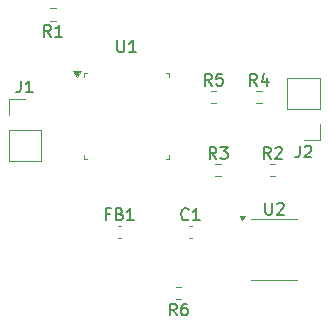
<source format=gbr>
%TF.GenerationSoftware,KiCad,Pcbnew,9.0.3*%
%TF.CreationDate,2025-11-11T20:03:35+05:30*%
%TF.ProjectId,mixed sig pcb(using microcontroller),6d697865-6420-4736-9967-207063622875,rev?*%
%TF.SameCoordinates,Original*%
%TF.FileFunction,Legend,Top*%
%TF.FilePolarity,Positive*%
%FSLAX46Y46*%
G04 Gerber Fmt 4.6, Leading zero omitted, Abs format (unit mm)*
G04 Created by KiCad (PCBNEW 9.0.3) date 2025-11-11 20:03:35*
%MOMM*%
%LPD*%
G01*
G04 APERTURE LIST*
%ADD10C,0.150000*%
%ADD11C,0.120000*%
G04 APERTURE END LIST*
D10*
X171666666Y-96909819D02*
X171666666Y-97624104D01*
X171666666Y-97624104D02*
X171619047Y-97766961D01*
X171619047Y-97766961D02*
X171523809Y-97862200D01*
X171523809Y-97862200D02*
X171380952Y-97909819D01*
X171380952Y-97909819D02*
X171285714Y-97909819D01*
X172095238Y-97005057D02*
X172142857Y-96957438D01*
X172142857Y-96957438D02*
X172238095Y-96909819D01*
X172238095Y-96909819D02*
X172476190Y-96909819D01*
X172476190Y-96909819D02*
X172571428Y-96957438D01*
X172571428Y-96957438D02*
X172619047Y-97005057D01*
X172619047Y-97005057D02*
X172666666Y-97100295D01*
X172666666Y-97100295D02*
X172666666Y-97195533D01*
X172666666Y-97195533D02*
X172619047Y-97338390D01*
X172619047Y-97338390D02*
X172047619Y-97909819D01*
X172047619Y-97909819D02*
X172666666Y-97909819D01*
X150608333Y-87684819D02*
X150275000Y-87208628D01*
X150036905Y-87684819D02*
X150036905Y-86684819D01*
X150036905Y-86684819D02*
X150417857Y-86684819D01*
X150417857Y-86684819D02*
X150513095Y-86732438D01*
X150513095Y-86732438D02*
X150560714Y-86780057D01*
X150560714Y-86780057D02*
X150608333Y-86875295D01*
X150608333Y-86875295D02*
X150608333Y-87018152D01*
X150608333Y-87018152D02*
X150560714Y-87113390D01*
X150560714Y-87113390D02*
X150513095Y-87161009D01*
X150513095Y-87161009D02*
X150417857Y-87208628D01*
X150417857Y-87208628D02*
X150036905Y-87208628D01*
X151560714Y-87684819D02*
X150989286Y-87684819D01*
X151275000Y-87684819D02*
X151275000Y-86684819D01*
X151275000Y-86684819D02*
X151179762Y-86827676D01*
X151179762Y-86827676D02*
X151084524Y-86922914D01*
X151084524Y-86922914D02*
X150989286Y-86970533D01*
X148066666Y-91399819D02*
X148066666Y-92114104D01*
X148066666Y-92114104D02*
X148019047Y-92256961D01*
X148019047Y-92256961D02*
X147923809Y-92352200D01*
X147923809Y-92352200D02*
X147780952Y-92399819D01*
X147780952Y-92399819D02*
X147685714Y-92399819D01*
X149066666Y-92399819D02*
X148495238Y-92399819D01*
X148780952Y-92399819D02*
X148780952Y-91399819D01*
X148780952Y-91399819D02*
X148685714Y-91542676D01*
X148685714Y-91542676D02*
X148590476Y-91637914D01*
X148590476Y-91637914D02*
X148495238Y-91685533D01*
X164608333Y-98024819D02*
X164275000Y-97548628D01*
X164036905Y-98024819D02*
X164036905Y-97024819D01*
X164036905Y-97024819D02*
X164417857Y-97024819D01*
X164417857Y-97024819D02*
X164513095Y-97072438D01*
X164513095Y-97072438D02*
X164560714Y-97120057D01*
X164560714Y-97120057D02*
X164608333Y-97215295D01*
X164608333Y-97215295D02*
X164608333Y-97358152D01*
X164608333Y-97358152D02*
X164560714Y-97453390D01*
X164560714Y-97453390D02*
X164513095Y-97501009D01*
X164513095Y-97501009D02*
X164417857Y-97548628D01*
X164417857Y-97548628D02*
X164036905Y-97548628D01*
X164941667Y-97024819D02*
X165560714Y-97024819D01*
X165560714Y-97024819D02*
X165227381Y-97405771D01*
X165227381Y-97405771D02*
X165370238Y-97405771D01*
X165370238Y-97405771D02*
X165465476Y-97453390D01*
X165465476Y-97453390D02*
X165513095Y-97501009D01*
X165513095Y-97501009D02*
X165560714Y-97596247D01*
X165560714Y-97596247D02*
X165560714Y-97834342D01*
X165560714Y-97834342D02*
X165513095Y-97929580D01*
X165513095Y-97929580D02*
X165465476Y-97977200D01*
X165465476Y-97977200D02*
X165370238Y-98024819D01*
X165370238Y-98024819D02*
X165084524Y-98024819D01*
X165084524Y-98024819D02*
X164989286Y-97977200D01*
X164989286Y-97977200D02*
X164941667Y-97929580D01*
X169208333Y-98024819D02*
X168875000Y-97548628D01*
X168636905Y-98024819D02*
X168636905Y-97024819D01*
X168636905Y-97024819D02*
X169017857Y-97024819D01*
X169017857Y-97024819D02*
X169113095Y-97072438D01*
X169113095Y-97072438D02*
X169160714Y-97120057D01*
X169160714Y-97120057D02*
X169208333Y-97215295D01*
X169208333Y-97215295D02*
X169208333Y-97358152D01*
X169208333Y-97358152D02*
X169160714Y-97453390D01*
X169160714Y-97453390D02*
X169113095Y-97501009D01*
X169113095Y-97501009D02*
X169017857Y-97548628D01*
X169017857Y-97548628D02*
X168636905Y-97548628D01*
X169589286Y-97120057D02*
X169636905Y-97072438D01*
X169636905Y-97072438D02*
X169732143Y-97024819D01*
X169732143Y-97024819D02*
X169970238Y-97024819D01*
X169970238Y-97024819D02*
X170065476Y-97072438D01*
X170065476Y-97072438D02*
X170113095Y-97120057D01*
X170113095Y-97120057D02*
X170160714Y-97215295D01*
X170160714Y-97215295D02*
X170160714Y-97310533D01*
X170160714Y-97310533D02*
X170113095Y-97453390D01*
X170113095Y-97453390D02*
X169541667Y-98024819D01*
X169541667Y-98024819D02*
X170160714Y-98024819D01*
X156238095Y-88004819D02*
X156238095Y-88814342D01*
X156238095Y-88814342D02*
X156285714Y-88909580D01*
X156285714Y-88909580D02*
X156333333Y-88957200D01*
X156333333Y-88957200D02*
X156428571Y-89004819D01*
X156428571Y-89004819D02*
X156619047Y-89004819D01*
X156619047Y-89004819D02*
X156714285Y-88957200D01*
X156714285Y-88957200D02*
X156761904Y-88909580D01*
X156761904Y-88909580D02*
X156809523Y-88814342D01*
X156809523Y-88814342D02*
X156809523Y-88004819D01*
X157809523Y-89004819D02*
X157238095Y-89004819D01*
X157523809Y-89004819D02*
X157523809Y-88004819D01*
X157523809Y-88004819D02*
X157428571Y-88147676D01*
X157428571Y-88147676D02*
X157333333Y-88242914D01*
X157333333Y-88242914D02*
X157238095Y-88290533D01*
X168058333Y-91824819D02*
X167725000Y-91348628D01*
X167486905Y-91824819D02*
X167486905Y-90824819D01*
X167486905Y-90824819D02*
X167867857Y-90824819D01*
X167867857Y-90824819D02*
X167963095Y-90872438D01*
X167963095Y-90872438D02*
X168010714Y-90920057D01*
X168010714Y-90920057D02*
X168058333Y-91015295D01*
X168058333Y-91015295D02*
X168058333Y-91158152D01*
X168058333Y-91158152D02*
X168010714Y-91253390D01*
X168010714Y-91253390D02*
X167963095Y-91301009D01*
X167963095Y-91301009D02*
X167867857Y-91348628D01*
X167867857Y-91348628D02*
X167486905Y-91348628D01*
X168915476Y-91158152D02*
X168915476Y-91824819D01*
X168677381Y-90777200D02*
X168439286Y-91491485D01*
X168439286Y-91491485D02*
X169058333Y-91491485D01*
X155579166Y-102701009D02*
X155245833Y-102701009D01*
X155245833Y-103224819D02*
X155245833Y-102224819D01*
X155245833Y-102224819D02*
X155722023Y-102224819D01*
X156436309Y-102701009D02*
X156579166Y-102748628D01*
X156579166Y-102748628D02*
X156626785Y-102796247D01*
X156626785Y-102796247D02*
X156674404Y-102891485D01*
X156674404Y-102891485D02*
X156674404Y-103034342D01*
X156674404Y-103034342D02*
X156626785Y-103129580D01*
X156626785Y-103129580D02*
X156579166Y-103177200D01*
X156579166Y-103177200D02*
X156483928Y-103224819D01*
X156483928Y-103224819D02*
X156102976Y-103224819D01*
X156102976Y-103224819D02*
X156102976Y-102224819D01*
X156102976Y-102224819D02*
X156436309Y-102224819D01*
X156436309Y-102224819D02*
X156531547Y-102272438D01*
X156531547Y-102272438D02*
X156579166Y-102320057D01*
X156579166Y-102320057D02*
X156626785Y-102415295D01*
X156626785Y-102415295D02*
X156626785Y-102510533D01*
X156626785Y-102510533D02*
X156579166Y-102605771D01*
X156579166Y-102605771D02*
X156531547Y-102653390D01*
X156531547Y-102653390D02*
X156436309Y-102701009D01*
X156436309Y-102701009D02*
X156102976Y-102701009D01*
X157626785Y-103224819D02*
X157055357Y-103224819D01*
X157341071Y-103224819D02*
X157341071Y-102224819D01*
X157341071Y-102224819D02*
X157245833Y-102367676D01*
X157245833Y-102367676D02*
X157150595Y-102462914D01*
X157150595Y-102462914D02*
X157055357Y-102510533D01*
X161258333Y-111284819D02*
X160925000Y-110808628D01*
X160686905Y-111284819D02*
X160686905Y-110284819D01*
X160686905Y-110284819D02*
X161067857Y-110284819D01*
X161067857Y-110284819D02*
X161163095Y-110332438D01*
X161163095Y-110332438D02*
X161210714Y-110380057D01*
X161210714Y-110380057D02*
X161258333Y-110475295D01*
X161258333Y-110475295D02*
X161258333Y-110618152D01*
X161258333Y-110618152D02*
X161210714Y-110713390D01*
X161210714Y-110713390D02*
X161163095Y-110761009D01*
X161163095Y-110761009D02*
X161067857Y-110808628D01*
X161067857Y-110808628D02*
X160686905Y-110808628D01*
X162115476Y-110284819D02*
X161925000Y-110284819D01*
X161925000Y-110284819D02*
X161829762Y-110332438D01*
X161829762Y-110332438D02*
X161782143Y-110380057D01*
X161782143Y-110380057D02*
X161686905Y-110522914D01*
X161686905Y-110522914D02*
X161639286Y-110713390D01*
X161639286Y-110713390D02*
X161639286Y-111094342D01*
X161639286Y-111094342D02*
X161686905Y-111189580D01*
X161686905Y-111189580D02*
X161734524Y-111237200D01*
X161734524Y-111237200D02*
X161829762Y-111284819D01*
X161829762Y-111284819D02*
X162020238Y-111284819D01*
X162020238Y-111284819D02*
X162115476Y-111237200D01*
X162115476Y-111237200D02*
X162163095Y-111189580D01*
X162163095Y-111189580D02*
X162210714Y-111094342D01*
X162210714Y-111094342D02*
X162210714Y-110856247D01*
X162210714Y-110856247D02*
X162163095Y-110761009D01*
X162163095Y-110761009D02*
X162115476Y-110713390D01*
X162115476Y-110713390D02*
X162020238Y-110665771D01*
X162020238Y-110665771D02*
X161829762Y-110665771D01*
X161829762Y-110665771D02*
X161734524Y-110713390D01*
X161734524Y-110713390D02*
X161686905Y-110761009D01*
X161686905Y-110761009D02*
X161639286Y-110856247D01*
X168763095Y-101749819D02*
X168763095Y-102559342D01*
X168763095Y-102559342D02*
X168810714Y-102654580D01*
X168810714Y-102654580D02*
X168858333Y-102702200D01*
X168858333Y-102702200D02*
X168953571Y-102749819D01*
X168953571Y-102749819D02*
X169144047Y-102749819D01*
X169144047Y-102749819D02*
X169239285Y-102702200D01*
X169239285Y-102702200D02*
X169286904Y-102654580D01*
X169286904Y-102654580D02*
X169334523Y-102559342D01*
X169334523Y-102559342D02*
X169334523Y-101749819D01*
X169763095Y-101845057D02*
X169810714Y-101797438D01*
X169810714Y-101797438D02*
X169905952Y-101749819D01*
X169905952Y-101749819D02*
X170144047Y-101749819D01*
X170144047Y-101749819D02*
X170239285Y-101797438D01*
X170239285Y-101797438D02*
X170286904Y-101845057D01*
X170286904Y-101845057D02*
X170334523Y-101940295D01*
X170334523Y-101940295D02*
X170334523Y-102035533D01*
X170334523Y-102035533D02*
X170286904Y-102178390D01*
X170286904Y-102178390D02*
X169715476Y-102749819D01*
X169715476Y-102749819D02*
X170334523Y-102749819D01*
X164208333Y-91824819D02*
X163875000Y-91348628D01*
X163636905Y-91824819D02*
X163636905Y-90824819D01*
X163636905Y-90824819D02*
X164017857Y-90824819D01*
X164017857Y-90824819D02*
X164113095Y-90872438D01*
X164113095Y-90872438D02*
X164160714Y-90920057D01*
X164160714Y-90920057D02*
X164208333Y-91015295D01*
X164208333Y-91015295D02*
X164208333Y-91158152D01*
X164208333Y-91158152D02*
X164160714Y-91253390D01*
X164160714Y-91253390D02*
X164113095Y-91301009D01*
X164113095Y-91301009D02*
X164017857Y-91348628D01*
X164017857Y-91348628D02*
X163636905Y-91348628D01*
X165113095Y-90824819D02*
X164636905Y-90824819D01*
X164636905Y-90824819D02*
X164589286Y-91301009D01*
X164589286Y-91301009D02*
X164636905Y-91253390D01*
X164636905Y-91253390D02*
X164732143Y-91205771D01*
X164732143Y-91205771D02*
X164970238Y-91205771D01*
X164970238Y-91205771D02*
X165065476Y-91253390D01*
X165065476Y-91253390D02*
X165113095Y-91301009D01*
X165113095Y-91301009D02*
X165160714Y-91396247D01*
X165160714Y-91396247D02*
X165160714Y-91634342D01*
X165160714Y-91634342D02*
X165113095Y-91729580D01*
X165113095Y-91729580D02*
X165065476Y-91777200D01*
X165065476Y-91777200D02*
X164970238Y-91824819D01*
X164970238Y-91824819D02*
X164732143Y-91824819D01*
X164732143Y-91824819D02*
X164636905Y-91777200D01*
X164636905Y-91777200D02*
X164589286Y-91729580D01*
X162258333Y-103129580D02*
X162210714Y-103177200D01*
X162210714Y-103177200D02*
X162067857Y-103224819D01*
X162067857Y-103224819D02*
X161972619Y-103224819D01*
X161972619Y-103224819D02*
X161829762Y-103177200D01*
X161829762Y-103177200D02*
X161734524Y-103081961D01*
X161734524Y-103081961D02*
X161686905Y-102986723D01*
X161686905Y-102986723D02*
X161639286Y-102796247D01*
X161639286Y-102796247D02*
X161639286Y-102653390D01*
X161639286Y-102653390D02*
X161686905Y-102462914D01*
X161686905Y-102462914D02*
X161734524Y-102367676D01*
X161734524Y-102367676D02*
X161829762Y-102272438D01*
X161829762Y-102272438D02*
X161972619Y-102224819D01*
X161972619Y-102224819D02*
X162067857Y-102224819D01*
X162067857Y-102224819D02*
X162210714Y-102272438D01*
X162210714Y-102272438D02*
X162258333Y-102320057D01*
X163210714Y-103224819D02*
X162639286Y-103224819D01*
X162925000Y-103224819D02*
X162925000Y-102224819D01*
X162925000Y-102224819D02*
X162829762Y-102367676D01*
X162829762Y-102367676D02*
X162734524Y-102462914D01*
X162734524Y-102462914D02*
X162639286Y-102510533D01*
D11*
%TO.C,J2*%
X170620000Y-93805000D02*
X170620000Y-91155000D01*
X173380000Y-91155000D02*
X170620000Y-91155000D01*
X173380000Y-93805000D02*
X170620000Y-93805000D01*
X173380000Y-93805000D02*
X173380000Y-91155000D01*
X173380000Y-95075000D02*
X173380000Y-96455000D01*
X173380000Y-96455000D02*
X172000000Y-96455000D01*
%TO.C,R1*%
X151012258Y-85277500D02*
X150537742Y-85277500D01*
X151012258Y-86322500D02*
X150537742Y-86322500D01*
%TO.C,J1*%
X147020000Y-92945000D02*
X148400000Y-92945000D01*
X147020000Y-94325000D02*
X147020000Y-92945000D01*
X147020000Y-95595000D02*
X147020000Y-98245000D01*
X147020000Y-95595000D02*
X149780000Y-95595000D01*
X147020000Y-98245000D02*
X149780000Y-98245000D01*
X149780000Y-95595000D02*
X149780000Y-98245000D01*
%TO.C,R3*%
X164537742Y-98477500D02*
X165012258Y-98477500D01*
X164537742Y-99522500D02*
X165012258Y-99522500D01*
%TO.C,R2*%
X169137742Y-98477500D02*
X169612258Y-98477500D01*
X169137742Y-99522500D02*
X169612258Y-99522500D01*
%TO.C,U1*%
X153390000Y-90790000D02*
X153390000Y-91065000D01*
X153390000Y-98010000D02*
X153390000Y-97735000D01*
X153665000Y-90790000D02*
X153390000Y-90790000D01*
X153665000Y-98010000D02*
X153390000Y-98010000D01*
X160335000Y-90790000D02*
X160610000Y-90790000D01*
X160335000Y-98010000D02*
X160610000Y-98010000D01*
X160610000Y-90790000D02*
X160610000Y-91065000D01*
X160610000Y-98010000D02*
X160610000Y-97735000D01*
X152800000Y-91065000D02*
X152460000Y-90595000D01*
X153140000Y-90595000D01*
X152800000Y-91065000D01*
G36*
X152800000Y-91065000D02*
G01*
X152460000Y-90595000D01*
X153140000Y-90595000D01*
X152800000Y-91065000D01*
G37*
%TO.C,R4*%
X167987742Y-92277500D02*
X168462258Y-92277500D01*
X167987742Y-93322500D02*
X168462258Y-93322500D01*
%TO.C,FB1*%
X156249721Y-103690000D02*
X156575279Y-103690000D01*
X156249721Y-104710000D02*
X156575279Y-104710000D01*
%TO.C,R6*%
X161662258Y-108877500D02*
X161187742Y-108877500D01*
X161662258Y-109922500D02*
X161187742Y-109922500D01*
%TO.C,U2*%
X169525000Y-103135000D02*
X167575000Y-103135000D01*
X169525000Y-103135000D02*
X171475000Y-103135000D01*
X169525000Y-108255000D02*
X167575000Y-108255000D01*
X169525000Y-108255000D02*
X171475000Y-108255000D01*
X166825000Y-103230000D02*
X166585000Y-102900000D01*
X167065000Y-102900000D01*
X166825000Y-103230000D01*
G36*
X166825000Y-103230000D02*
G01*
X166585000Y-102900000D01*
X167065000Y-102900000D01*
X166825000Y-103230000D01*
G37*
%TO.C,R5*%
X164137742Y-92277500D02*
X164612258Y-92277500D01*
X164137742Y-93322500D02*
X164612258Y-93322500D01*
%TO.C,C1*%
X162284420Y-103690000D02*
X162565580Y-103690000D01*
X162284420Y-104710000D02*
X162565580Y-104710000D01*
%TD*%
M02*

</source>
